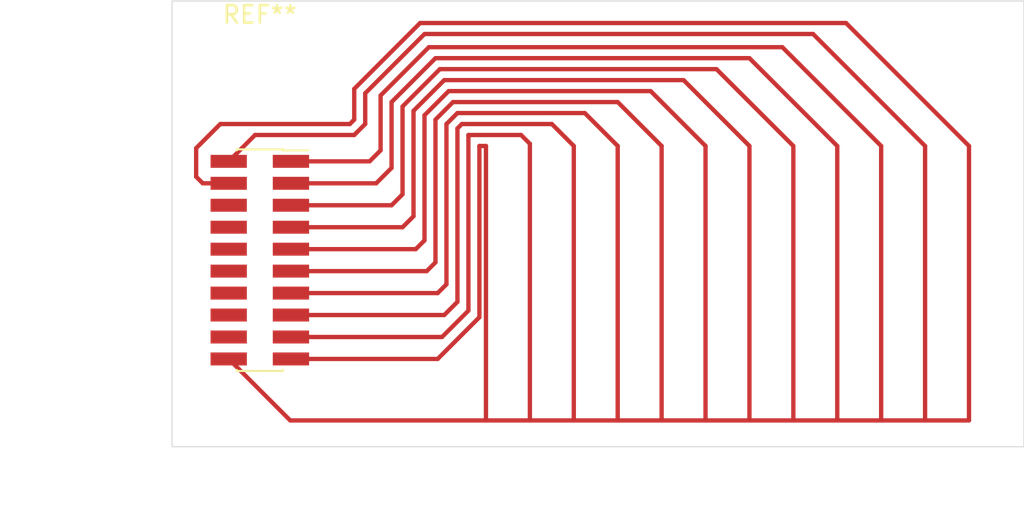
<source format=kicad_pcb>
(kicad_pcb (version 20171130) (host pcbnew "(5.1.6)-1")

  (general
    (thickness 1.6)
    (drawings 4)
    (tracks 89)
    (zones 0)
    (modules 1)
    (nets 1)
  )

  (page A4)
  (layers
    (0 F.Cu signal)
    (31 B.Cu signal)
    (32 B.Adhes user)
    (33 F.Adhes user)
    (34 B.Paste user)
    (35 F.Paste user)
    (36 B.SilkS user)
    (37 F.SilkS user)
    (38 B.Mask user)
    (39 F.Mask user)
    (40 Dwgs.User user)
    (41 Cmts.User user)
    (42 Eco1.User user)
    (43 Eco2.User user)
    (44 Edge.Cuts user)
    (45 Margin user)
    (46 B.CrtYd user)
    (47 F.CrtYd user)
    (48 B.Fab user)
    (49 F.Fab user)
  )

  (setup
    (last_trace_width 0.25)
    (trace_clearance 0.2)
    (zone_clearance 0.508)
    (zone_45_only no)
    (trace_min 0.2)
    (via_size 0.8)
    (via_drill 0.4)
    (via_min_size 0.4)
    (via_min_drill 0.3)
    (uvia_size 0.3)
    (uvia_drill 0.1)
    (uvias_allowed no)
    (uvia_min_size 0.2)
    (uvia_min_drill 0.1)
    (edge_width 0.05)
    (segment_width 0.2)
    (pcb_text_width 0.3)
    (pcb_text_size 1.5 1.5)
    (mod_edge_width 0.12)
    (mod_text_size 1 1)
    (mod_text_width 0.15)
    (pad_size 1.524 1.524)
    (pad_drill 0.762)
    (pad_to_mask_clearance 0.05)
    (aux_axis_origin 0 0)
    (visible_elements 7FFFFFFF)
    (pcbplotparams
      (layerselection 0x010fc_ffffffff)
      (usegerberextensions false)
      (usegerberattributes true)
      (usegerberadvancedattributes true)
      (creategerberjobfile true)
      (excludeedgelayer true)
      (linewidth 0.100000)
      (plotframeref false)
      (viasonmask false)
      (mode 1)
      (useauxorigin false)
      (hpglpennumber 1)
      (hpglpenspeed 20)
      (hpglpendiameter 15.000000)
      (psnegative false)
      (psa4output false)
      (plotreference true)
      (plotvalue true)
      (plotinvisibletext false)
      (padsonsilk false)
      (subtractmaskfromsilk false)
      (outputformat 1)
      (mirror false)
      (drillshape 0)
      (scaleselection 1)
      (outputdirectory "gerber/"))
  )

  (net 0 "")

  (net_class Default "This is the default net class."
    (clearance 0.2)
    (trace_width 0.25)
    (via_dia 0.8)
    (via_drill 0.4)
    (uvia_dia 0.3)
    (uvia_drill 0.1)
  )

  (module Connector_PinSocket_1.27mm:PinSocket_2x10_P1.27mm_Vertical_SMD (layer F.Cu) (tedit 5A19A42F) (tstamp 628327A4)
    (at 98.806 84.074)
    (descr "surface-mounted straight socket strip, 2x10, 1.27mm pitch, double cols (from Kicad 4.0.7!), script generated")
    (tags "Surface mounted socket strip SMD 2x10 1.27mm double row")
    (attr smd)
    (fp_text reference REF** (at 0 -14.2) (layer F.SilkS)
      (effects (font (size 1 1) (thickness 0.15)))
    )
    (fp_text value PinSocket_2x10_P1.27mm_Vertical_SMD (at 0 14.2) (layer F.Fab)
      (effects (font (size 1 1) (thickness 0.15)))
    )
    (fp_text user %R (at 0 0 90) (layer F.Fab)
      (effects (font (size 1 1) (thickness 0.15)))
    )
    (fp_line (start -1.33 -6.41) (end 1.33 -6.41) (layer F.SilkS) (width 0.12))
    (fp_line (start 1.33 -6.41) (end 1.33 -6.35) (layer F.SilkS) (width 0.12))
    (fp_line (start 1.33 6.35) (end 1.33 6.41) (layer F.SilkS) (width 0.12))
    (fp_line (start -1.33 6.41) (end 1.33 6.41) (layer F.SilkS) (width 0.12))
    (fp_line (start -1.33 -6.41) (end -1.33 -6.35) (layer F.SilkS) (width 0.12))
    (fp_line (start -1.33 6.35) (end -1.33 6.41) (layer F.SilkS) (width 0.12))
    (fp_line (start 1.33 -6.35) (end 2.79 -6.35) (layer F.SilkS) (width 0.12))
    (fp_line (start -1.27 -6.35) (end 0.635 -6.35) (layer F.Fab) (width 0.1))
    (fp_line (start 0.635 -6.35) (end 1.27 -5.715) (layer F.Fab) (width 0.1))
    (fp_line (start 1.27 -5.715) (end 1.27 6.35) (layer F.Fab) (width 0.1))
    (fp_line (start 1.27 6.35) (end -1.27 6.35) (layer F.Fab) (width 0.1))
    (fp_line (start -1.27 6.35) (end -1.27 -6.35) (layer F.Fab) (width 0.1))
    (fp_line (start -2.555 -5.915) (end -1.27 -5.915) (layer F.Fab) (width 0.1))
    (fp_line (start -1.27 -5.515) (end -2.555 -5.515) (layer F.Fab) (width 0.1))
    (fp_line (start -2.555 -5.515) (end -2.555 -5.915) (layer F.Fab) (width 0.1))
    (fp_line (start 1.27 -5.915) (end 2.555 -5.915) (layer F.Fab) (width 0.1))
    (fp_line (start 2.555 -5.915) (end 2.555 -5.515) (layer F.Fab) (width 0.1))
    (fp_line (start 2.555 -5.515) (end 1.27 -5.515) (layer F.Fab) (width 0.1))
    (fp_line (start -2.555 -4.645) (end -1.27 -4.645) (layer F.Fab) (width 0.1))
    (fp_line (start -1.27 -4.245) (end -2.555 -4.245) (layer F.Fab) (width 0.1))
    (fp_line (start -2.555 -4.245) (end -2.555 -4.645) (layer F.Fab) (width 0.1))
    (fp_line (start 1.27 -4.645) (end 2.555 -4.645) (layer F.Fab) (width 0.1))
    (fp_line (start 2.555 -4.645) (end 2.555 -4.245) (layer F.Fab) (width 0.1))
    (fp_line (start 2.555 -4.245) (end 1.27 -4.245) (layer F.Fab) (width 0.1))
    (fp_line (start -2.555 -3.375) (end -1.27 -3.375) (layer F.Fab) (width 0.1))
    (fp_line (start -1.27 -2.975) (end -2.555 -2.975) (layer F.Fab) (width 0.1))
    (fp_line (start -2.555 -2.975) (end -2.555 -3.375) (layer F.Fab) (width 0.1))
    (fp_line (start 1.27 -3.375) (end 2.555 -3.375) (layer F.Fab) (width 0.1))
    (fp_line (start 2.555 -3.375) (end 2.555 -2.975) (layer F.Fab) (width 0.1))
    (fp_line (start 2.555 -2.975) (end 1.27 -2.975) (layer F.Fab) (width 0.1))
    (fp_line (start -2.555 -2.105) (end -1.27 -2.105) (layer F.Fab) (width 0.1))
    (fp_line (start -1.27 -1.705) (end -2.555 -1.705) (layer F.Fab) (width 0.1))
    (fp_line (start -2.555 -1.705) (end -2.555 -2.105) (layer F.Fab) (width 0.1))
    (fp_line (start 1.27 -2.105) (end 2.555 -2.105) (layer F.Fab) (width 0.1))
    (fp_line (start 2.555 -2.105) (end 2.555 -1.705) (layer F.Fab) (width 0.1))
    (fp_line (start 2.555 -1.705) (end 1.27 -1.705) (layer F.Fab) (width 0.1))
    (fp_line (start -2.555 -0.835) (end -1.27 -0.835) (layer F.Fab) (width 0.1))
    (fp_line (start -1.27 -0.435) (end -2.555 -0.435) (layer F.Fab) (width 0.1))
    (fp_line (start -2.555 -0.435) (end -2.555 -0.835) (layer F.Fab) (width 0.1))
    (fp_line (start 1.27 -0.835) (end 2.555 -0.835) (layer F.Fab) (width 0.1))
    (fp_line (start 2.555 -0.835) (end 2.555 -0.435) (layer F.Fab) (width 0.1))
    (fp_line (start 2.555 -0.435) (end 1.27 -0.435) (layer F.Fab) (width 0.1))
    (fp_line (start -2.555 0.435) (end -1.27 0.435) (layer F.Fab) (width 0.1))
    (fp_line (start -1.27 0.835) (end -2.555 0.835) (layer F.Fab) (width 0.1))
    (fp_line (start -2.555 0.835) (end -2.555 0.435) (layer F.Fab) (width 0.1))
    (fp_line (start 1.27 0.435) (end 2.555 0.435) (layer F.Fab) (width 0.1))
    (fp_line (start 2.555 0.435) (end 2.555 0.835) (layer F.Fab) (width 0.1))
    (fp_line (start 2.555 0.835) (end 1.27 0.835) (layer F.Fab) (width 0.1))
    (fp_line (start -2.555 1.705) (end -1.27 1.705) (layer F.Fab) (width 0.1))
    (fp_line (start -1.27 2.105) (end -2.555 2.105) (layer F.Fab) (width 0.1))
    (fp_line (start -2.555 2.105) (end -2.555 1.705) (layer F.Fab) (width 0.1))
    (fp_line (start 1.27 1.705) (end 2.555 1.705) (layer F.Fab) (width 0.1))
    (fp_line (start 2.555 1.705) (end 2.555 2.105) (layer F.Fab) (width 0.1))
    (fp_line (start 2.555 2.105) (end 1.27 2.105) (layer F.Fab) (width 0.1))
    (fp_line (start -2.555 2.975) (end -1.27 2.975) (layer F.Fab) (width 0.1))
    (fp_line (start -1.27 3.375) (end -2.555 3.375) (layer F.Fab) (width 0.1))
    (fp_line (start -2.555 3.375) (end -2.555 2.975) (layer F.Fab) (width 0.1))
    (fp_line (start 1.27 2.975) (end 2.555 2.975) (layer F.Fab) (width 0.1))
    (fp_line (start 2.555 2.975) (end 2.555 3.375) (layer F.Fab) (width 0.1))
    (fp_line (start 2.555 3.375) (end 1.27 3.375) (layer F.Fab) (width 0.1))
    (fp_line (start -2.555 4.245) (end -1.27 4.245) (layer F.Fab) (width 0.1))
    (fp_line (start -1.27 4.645) (end -2.555 4.645) (layer F.Fab) (width 0.1))
    (fp_line (start -2.555 4.645) (end -2.555 4.245) (layer F.Fab) (width 0.1))
    (fp_line (start 1.27 4.245) (end 2.555 4.245) (layer F.Fab) (width 0.1))
    (fp_line (start 2.555 4.245) (end 2.555 4.645) (layer F.Fab) (width 0.1))
    (fp_line (start 2.555 4.645) (end 1.27 4.645) (layer F.Fab) (width 0.1))
    (fp_line (start -2.555 5.515) (end -1.27 5.515) (layer F.Fab) (width 0.1))
    (fp_line (start -1.27 5.915) (end -2.555 5.915) (layer F.Fab) (width 0.1))
    (fp_line (start -2.555 5.915) (end -2.555 5.515) (layer F.Fab) (width 0.1))
    (fp_line (start 1.27 5.515) (end 2.555 5.515) (layer F.Fab) (width 0.1))
    (fp_line (start 2.555 5.515) (end 2.555 5.915) (layer F.Fab) (width 0.1))
    (fp_line (start 2.555 5.915) (end 1.27 5.915) (layer F.Fab) (width 0.1))
    (fp_line (start -3.35 -6.85) (end 3.35 -6.85) (layer F.CrtYd) (width 0.05))
    (fp_line (start 3.35 -6.85) (end 3.35 6.85) (layer F.CrtYd) (width 0.05))
    (fp_line (start 3.35 6.85) (end -3.35 6.85) (layer F.CrtYd) (width 0.05))
    (fp_line (start -3.35 6.85) (end -3.35 -6.85) (layer F.CrtYd) (width 0.05))
    (pad 20 smd rect (at -1.8 5.715) (size 2.1 0.75) (layers F.Cu F.Paste F.Mask))
    (pad 19 smd rect (at 1.8 5.715) (size 2.1 0.75) (layers F.Cu F.Paste F.Mask))
    (pad 18 smd rect (at -1.8 4.445) (size 2.1 0.75) (layers F.Cu F.Paste F.Mask))
    (pad 17 smd rect (at 1.8 4.445) (size 2.1 0.75) (layers F.Cu F.Paste F.Mask))
    (pad 16 smd rect (at -1.8 3.175) (size 2.1 0.75) (layers F.Cu F.Paste F.Mask))
    (pad 15 smd rect (at 1.8 3.175) (size 2.1 0.75) (layers F.Cu F.Paste F.Mask))
    (pad 14 smd rect (at -1.8 1.905) (size 2.1 0.75) (layers F.Cu F.Paste F.Mask))
    (pad 13 smd rect (at 1.8 1.905) (size 2.1 0.75) (layers F.Cu F.Paste F.Mask))
    (pad 12 smd rect (at -1.8 0.635) (size 2.1 0.75) (layers F.Cu F.Paste F.Mask))
    (pad 11 smd rect (at 1.8 0.635) (size 2.1 0.75) (layers F.Cu F.Paste F.Mask))
    (pad 10 smd rect (at -1.8 -0.635) (size 2.1 0.75) (layers F.Cu F.Paste F.Mask))
    (pad 9 smd rect (at 1.8 -0.635) (size 2.1 0.75) (layers F.Cu F.Paste F.Mask))
    (pad 8 smd rect (at -1.8 -1.905) (size 2.1 0.75) (layers F.Cu F.Paste F.Mask))
    (pad 7 smd rect (at 1.8 -1.905) (size 2.1 0.75) (layers F.Cu F.Paste F.Mask))
    (pad 6 smd rect (at -1.8 -3.175) (size 2.1 0.75) (layers F.Cu F.Paste F.Mask))
    (pad 5 smd rect (at 1.8 -3.175) (size 2.1 0.75) (layers F.Cu F.Paste F.Mask))
    (pad 4 smd rect (at -1.8 -4.445) (size 2.1 0.75) (layers F.Cu F.Paste F.Mask))
    (pad 3 smd rect (at 1.8 -4.445) (size 2.1 0.75) (layers F.Cu F.Paste F.Mask))
    (pad 2 smd rect (at -1.8 -5.715) (size 2.1 0.75) (layers F.Cu F.Paste F.Mask))
    (pad 1 smd rect (at 1.8 -5.715) (size 2.1 0.75) (layers F.Cu F.Paste F.Mask))
    (model ${KISYS3DMOD}/Connector_PinSocket_1.27mm.3dshapes/PinSocket_2x10_P1.27mm_Vertical_SMD.wrl
      (at (xyz 0 0 0))
      (scale (xyz 1 1 1))
      (rotate (xyz 0 0 0))
    )
  )

  (gr_line (start 143.002 69.088) (end 93.726 69.088) (layer Edge.Cuts) (width 0.05) (tstamp 62811ECE))
  (gr_line (start 143.002 94.869) (end 143.002 69.088) (layer Edge.Cuts) (width 0.05))
  (gr_line (start 93.726 94.869) (end 143.002 94.869) (layer Edge.Cuts) (width 0.05))
  (gr_line (start 93.726 69.088) (end 93.726 94.869) (layer Edge.Cuts) (width 0.05))

  (segment (start 111.887 93.345) (end 111.887 77.47) (width 0.25) (layer F.Cu) (net 0))
  (segment (start 114.427 93.345) (end 114.427 77.343) (width 0.25) (layer F.Cu) (net 0))
  (segment (start 111.887 77.47) (end 111.506 77.47) (width 0.25) (layer F.Cu) (net 0))
  (segment (start 111.506 77.47) (end 111.506 87.376) (width 0.25) (layer F.Cu) (net 0))
  (segment (start 109.093 89.789) (end 100.606 89.789) (width 0.25) (layer F.Cu) (net 0))
  (segment (start 111.506 87.376) (end 109.093 89.789) (width 0.25) (layer F.Cu) (net 0))
  (segment (start 114.427 77.343) (end 113.919 76.835) (width 0.25) (layer F.Cu) (net 0))
  (segment (start 113.919 76.835) (end 110.871 76.835) (width 0.25) (layer F.Cu) (net 0))
  (segment (start 110.871 76.835) (end 110.871 86.995) (width 0.25) (layer F.Cu) (net 0))
  (segment (start 109.347 88.519) (end 100.606 88.519) (width 0.25) (layer F.Cu) (net 0))
  (segment (start 110.871 86.995) (end 109.347 88.519) (width 0.25) (layer F.Cu) (net 0))
  (segment (start 109.474 87.249) (end 100.606 87.249) (width 0.25) (layer F.Cu) (net 0))
  (segment (start 110.236 86.487) (end 109.474 87.249) (width 0.25) (layer F.Cu) (net 0))
  (segment (start 116.967 77.47) (end 115.697 76.2) (width 0.25) (layer F.Cu) (net 0))
  (segment (start 116.967 93.345) (end 116.967 77.47) (width 0.25) (layer F.Cu) (net 0))
  (segment (start 110.236 76.454) (end 110.236 86.487) (width 0.25) (layer F.Cu) (net 0))
  (segment (start 115.697 76.2) (end 110.49 76.2) (width 0.25) (layer F.Cu) (net 0))
  (segment (start 110.49 76.2) (end 110.236 76.454) (width 0.25) (layer F.Cu) (net 0))
  (segment (start 109.601 85.471) (end 109.093 85.979) (width 0.25) (layer F.Cu) (net 0))
  (segment (start 109.093 85.979) (end 100.606 85.979) (width 0.25) (layer F.Cu) (net 0))
  (segment (start 119.507 77.47) (end 117.602 75.565) (width 0.25) (layer F.Cu) (net 0))
  (segment (start 119.507 93.345) (end 119.507 77.47) (width 0.25) (layer F.Cu) (net 0))
  (segment (start 117.602 75.565) (end 110.236 75.565) (width 0.25) (layer F.Cu) (net 0))
  (segment (start 109.601 76.2) (end 109.601 85.471) (width 0.25) (layer F.Cu) (net 0))
  (segment (start 110.236 75.565) (end 109.601 76.2) (width 0.25) (layer F.Cu) (net 0))
  (segment (start 108.458 84.709) (end 100.606 84.709) (width 0.25) (layer F.Cu) (net 0))
  (segment (start 108.966 84.201) (end 108.458 84.709) (width 0.25) (layer F.Cu) (net 0))
  (segment (start 122.047 77.47) (end 119.507 74.93) (width 0.25) (layer F.Cu) (net 0))
  (segment (start 108.966 75.946) (end 108.966 84.201) (width 0.25) (layer F.Cu) (net 0))
  (segment (start 122.047 93.345) (end 122.047 77.47) (width 0.25) (layer F.Cu) (net 0))
  (segment (start 119.507 74.93) (end 109.982 74.93) (width 0.25) (layer F.Cu) (net 0))
  (segment (start 109.982 74.93) (end 108.966 75.946) (width 0.25) (layer F.Cu) (net 0))
  (segment (start 107.823 83.439) (end 100.606 83.439) (width 0.25) (layer F.Cu) (net 0))
  (segment (start 108.331 82.931) (end 107.823 83.439) (width 0.25) (layer F.Cu) (net 0))
  (segment (start 124.587 77.47) (end 121.412 74.295) (width 0.25) (layer F.Cu) (net 0))
  (segment (start 124.587 93.345) (end 124.587 77.47) (width 0.25) (layer F.Cu) (net 0))
  (segment (start 121.412 74.295) (end 109.728 74.295) (width 0.25) (layer F.Cu) (net 0))
  (segment (start 109.728 74.295) (end 108.331 75.692) (width 0.25) (layer F.Cu) (net 0))
  (segment (start 108.331 75.692) (end 108.331 82.931) (width 0.25) (layer F.Cu) (net 0))
  (segment (start 107.061 82.169) (end 100.606 82.169) (width 0.25) (layer F.Cu) (net 0))
  (segment (start 107.696 81.534) (end 107.061 82.169) (width 0.25) (layer F.Cu) (net 0))
  (segment (start 127.127 93.345) (end 127.127 77.47) (width 0.25) (layer F.Cu) (net 0))
  (segment (start 123.317 73.66) (end 109.474 73.66) (width 0.25) (layer F.Cu) (net 0))
  (segment (start 109.474 73.66) (end 107.696 75.438) (width 0.25) (layer F.Cu) (net 0))
  (segment (start 127.127 77.47) (end 123.317 73.66) (width 0.25) (layer F.Cu) (net 0))
  (segment (start 107.696 75.438) (end 107.696 81.534) (width 0.25) (layer F.Cu) (net 0))
  (segment (start 106.426 80.899) (end 100.606 80.899) (width 0.25) (layer F.Cu) (net 0))
  (segment (start 107.061 80.264) (end 106.426 80.899) (width 0.25) (layer F.Cu) (net 0))
  (segment (start 107.061 75.184) (end 107.061 80.264) (width 0.25) (layer F.Cu) (net 0))
  (segment (start 129.667 77.47) (end 125.222 73.025) (width 0.25) (layer F.Cu) (net 0))
  (segment (start 129.667 93.345) (end 129.667 77.47) (width 0.25) (layer F.Cu) (net 0))
  (segment (start 125.222 73.025) (end 109.22 73.025) (width 0.25) (layer F.Cu) (net 0))
  (segment (start 109.22 73.025) (end 107.061 75.184) (width 0.25) (layer F.Cu) (net 0))
  (segment (start 105.537 79.629) (end 100.606 79.629) (width 0.25) (layer F.Cu) (net 0))
  (segment (start 106.426 78.74) (end 105.537 79.629) (width 0.25) (layer F.Cu) (net 0))
  (segment (start 132.207 77.47) (end 127.127 72.39) (width 0.25) (layer F.Cu) (net 0))
  (segment (start 132.207 93.345) (end 132.207 77.47) (width 0.25) (layer F.Cu) (net 0))
  (segment (start 127.127 72.39) (end 108.966 72.39) (width 0.25) (layer F.Cu) (net 0))
  (segment (start 108.966 72.39) (end 106.426 74.93) (width 0.25) (layer F.Cu) (net 0))
  (segment (start 106.426 74.93) (end 106.426 78.74) (width 0.25) (layer F.Cu) (net 0))
  (segment (start 105.156 78.359) (end 100.606 78.359) (width 0.25) (layer F.Cu) (net 0))
  (segment (start 105.791 77.724) (end 105.156 78.359) (width 0.25) (layer F.Cu) (net 0))
  (segment (start 134.747 77.47) (end 129.032 71.755) (width 0.25) (layer F.Cu) (net 0))
  (segment (start 134.747 93.345) (end 134.747 77.47) (width 0.25) (layer F.Cu) (net 0))
  (segment (start 129.032 71.755) (end 108.585 71.755) (width 0.25) (layer F.Cu) (net 0))
  (segment (start 108.585 71.755) (end 105.791 74.549) (width 0.25) (layer F.Cu) (net 0))
  (segment (start 105.791 74.549) (end 105.791 77.724) (width 0.25) (layer F.Cu) (net 0))
  (segment (start 98.53 76.835) (end 97.006 78.359) (width 0.25) (layer F.Cu) (net 0))
  (segment (start 104.267 76.835) (end 98.53 76.835) (width 0.25) (layer F.Cu) (net 0))
  (segment (start 104.902 76.2) (end 104.267 76.835) (width 0.25) (layer F.Cu) (net 0))
  (segment (start 137.287 77.47) (end 130.81 70.993) (width 0.25) (layer F.Cu) (net 0))
  (segment (start 137.287 93.345) (end 137.287 77.47) (width 0.25) (layer F.Cu) (net 0))
  (segment (start 130.81 70.993) (end 108.331 70.993) (width 0.25) (layer F.Cu) (net 0))
  (segment (start 108.331 70.993) (end 104.902 74.422) (width 0.25) (layer F.Cu) (net 0))
  (segment (start 104.902 74.422) (end 104.902 76.2) (width 0.25) (layer F.Cu) (net 0))
  (segment (start 95.504 79.629) (end 97.006 79.629) (width 0.25) (layer F.Cu) (net 0))
  (segment (start 95.123 77.597) (end 95.123 79.248) (width 0.25) (layer F.Cu) (net 0))
  (segment (start 96.52 76.2) (end 95.123 77.597) (width 0.25) (layer F.Cu) (net 0))
  (segment (start 104.013 76.2) (end 96.52 76.2) (width 0.25) (layer F.Cu) (net 0))
  (segment (start 139.827 77.47) (end 132.715 70.358) (width 0.25) (layer F.Cu) (net 0))
  (segment (start 104.267 75.946) (end 104.013 76.2) (width 0.25) (layer F.Cu) (net 0))
  (segment (start 139.827 93.345) (end 139.827 77.47) (width 0.25) (layer F.Cu) (net 0))
  (segment (start 104.267 74.168) (end 104.267 75.946) (width 0.25) (layer F.Cu) (net 0))
  (segment (start 132.715 70.358) (end 108.077 70.358) (width 0.25) (layer F.Cu) (net 0))
  (segment (start 95.123 79.248) (end 95.504 79.629) (width 0.25) (layer F.Cu) (net 0))
  (segment (start 108.077 70.358) (end 104.267 74.168) (width 0.25) (layer F.Cu) (net 0))
  (segment (start 139.827 93.345) (end 111.887 93.345) (width 0.25) (layer F.Cu) (net 0))
  (segment (start 100.562 93.345) (end 97.006 89.789) (width 0.25) (layer F.Cu) (net 0))
  (segment (start 111.887 93.345) (end 100.562 93.345) (width 0.25) (layer F.Cu) (net 0))

)

</source>
